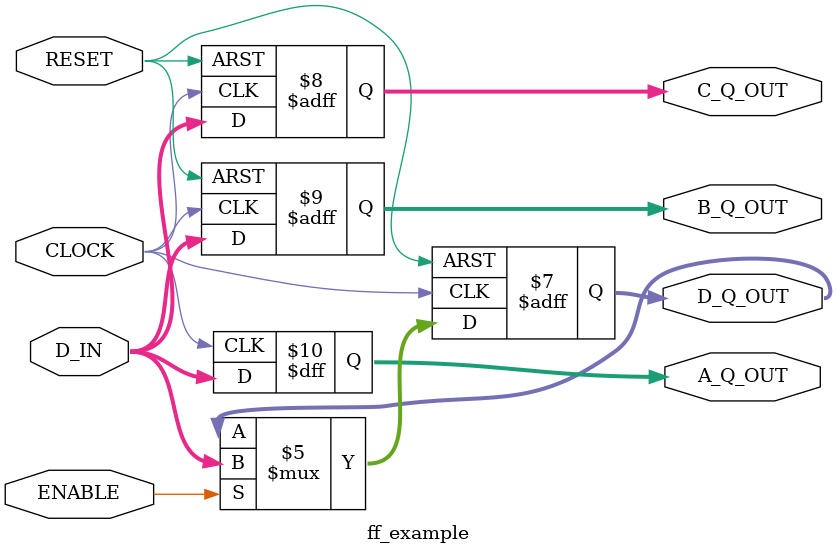
<source format=v>
/* Example of Implementing Registers 

* FF_EXAMPLE.V 

* May 2001 

*/ 


module ff_example (RESET, CLOCK, ENABLE, D_IN, 

              A_Q_OUT, B_Q_OUT, C_Q_OUT, D_Q_OUT); 


input RESET, CLOCK, ENABLE; 

input [7:0] D_IN; 

output [7:0] A_Q_OUT; 

output [7:0] B_Q_OUT; 

output [7:0] C_Q_OUT; 

output [7:0] D_Q_OUT; 


reg [7:0] A_Q_OUT; 

reg [7:0] B_Q_OUT; 

reg [7:0] C_Q_OUT; 

reg [7:0] D_Q_OUT; 


// D flip-flop 

always @(posedge CLOCK) 

begin 

A_Q_OUT <= D_IN; 

end 


// Flip-flop with asynchronous reset 

always @(posedge RESET or posedge CLOCK) 

begin 

if (RESET) 

B_Q_OUT <= 8'b00000000; 

else 

B_Q_OUT <= D_IN; 

end 


// Flip-flop with asynchronous set 

always @(posedge RESET or posedge CLOCK) 

begin 

if (RESET) 

C_Q_OUT <= 8'b11111111; 

else 

C_Q_OUT <= D_IN; 

end 


//Flip-flop with asynchronous reset & clock enable always 

always@(posedge RESET or posedge CLOCK) 

begin 

if (RESET) 

D_Q_OUT <= 8'b00000000; 

else if (ENABLE) 

D_Q_OUT <= D_IN; 

end 


endmodule 


</source>
